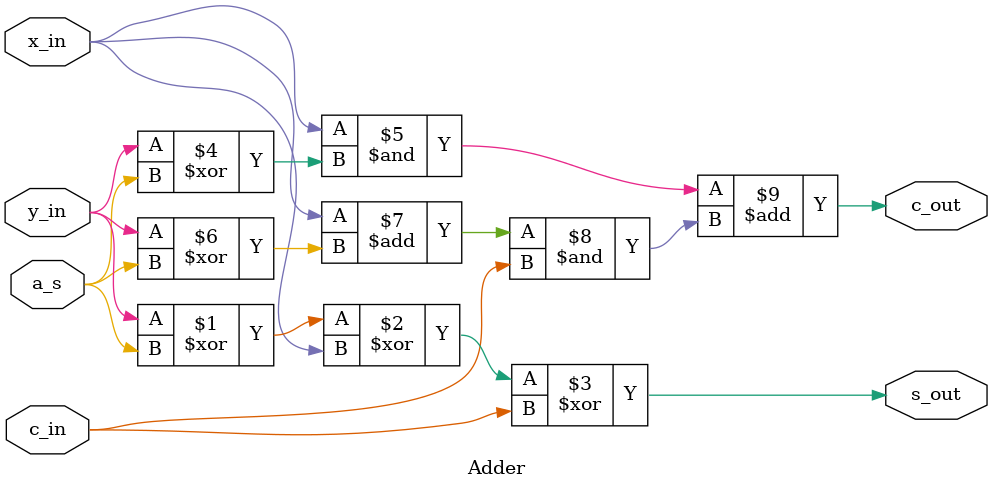
<source format=v>
module Adder(

    output          s_out,
    output          c_out,

    input            y_in,
    input            x_in,
    input   [0:0]    c_in,
    input   [0:0]    a_s

);

//single 2's complement adder/subtractor
//inputs: x0, y_0 to be added/subtracted, as well as carry-in c0
//ouputs s0 and carry-out c1

    assign s_out = (y_in ^ a_s) ^ x_in ^ c_in;
    assign c_out = (x_in & (y_in ^ a_s)) + ((x_in + (y_in ^ a_s)) & c_in);


endmodule

</source>
